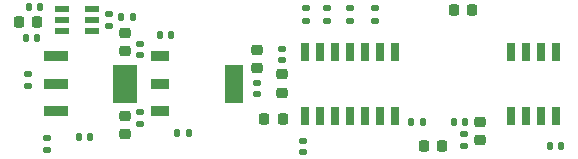
<source format=gbp>
G04 #@! TF.GenerationSoftware,KiCad,Pcbnew,7.0.7*
G04 #@! TF.CreationDate,2023-08-30T11:11:12+01:00*
G04 #@! TF.ProjectId,NB3_hindbrain,4e42335f-6869-46e6-9462-7261696e2e6b,0.0.1*
G04 #@! TF.SameCoordinates,PX4af0920PY4c4db10*
G04 #@! TF.FileFunction,Paste,Bot*
G04 #@! TF.FilePolarity,Positive*
%FSLAX46Y46*%
G04 Gerber Fmt 4.6, Leading zero omitted, Abs format (unit mm)*
G04 Created by KiCad (PCBNEW 7.0.7) date 2023-08-30 11:11:12*
%MOMM*%
%LPD*%
G01*
G04 APERTURE LIST*
G04 Aperture macros list*
%AMRoundRect*
0 Rectangle with rounded corners*
0 $1 Rounding radius*
0 $2 $3 $4 $5 $6 $7 $8 $9 X,Y pos of 4 corners*
0 Add a 4 corners polygon primitive as box body*
4,1,4,$2,$3,$4,$5,$6,$7,$8,$9,$2,$3,0*
0 Add four circle primitives for the rounded corners*
1,1,$1+$1,$2,$3*
1,1,$1+$1,$4,$5*
1,1,$1+$1,$6,$7*
1,1,$1+$1,$8,$9*
0 Add four rect primitives between the rounded corners*
20,1,$1+$1,$2,$3,$4,$5,0*
20,1,$1+$1,$4,$5,$6,$7,0*
20,1,$1+$1,$6,$7,$8,$9,0*
20,1,$1+$1,$8,$9,$2,$3,0*%
G04 Aperture macros list end*
%ADD10RoundRect,0.135000X0.185000X-0.135000X0.185000X0.135000X-0.185000X0.135000X-0.185000X-0.135000X0*%
%ADD11RoundRect,0.225000X0.250000X-0.225000X0.250000X0.225000X-0.250000X0.225000X-0.250000X-0.225000X0*%
%ADD12RoundRect,0.135000X-0.185000X0.135000X-0.185000X-0.135000X0.185000X-0.135000X0.185000X0.135000X0*%
%ADD13R,1.270000X0.558800*%
%ADD14RoundRect,0.140000X0.140000X0.170000X-0.140000X0.170000X-0.140000X-0.170000X0.140000X-0.170000X0*%
%ADD15RoundRect,0.225000X0.225000X0.250000X-0.225000X0.250000X-0.225000X-0.250000X0.225000X-0.250000X0*%
%ADD16RoundRect,0.140000X-0.170000X0.140000X-0.170000X-0.140000X0.170000X-0.140000X0.170000X0.140000X0*%
%ADD17RoundRect,0.135000X0.135000X0.185000X-0.135000X0.185000X-0.135000X-0.185000X0.135000X-0.185000X0*%
%ADD18R,0.700000X1.525000*%
%ADD19RoundRect,0.140000X0.170000X-0.140000X0.170000X0.140000X-0.170000X0.140000X-0.170000X-0.140000X0*%
%ADD20RoundRect,0.225000X-0.250000X0.225000X-0.250000X-0.225000X0.250000X-0.225000X0.250000X0.225000X0*%
%ADD21R,0.650000X1.500000*%
%ADD22RoundRect,0.225000X-0.225000X-0.250000X0.225000X-0.250000X0.225000X0.250000X-0.225000X0.250000X0*%
%ADD23RoundRect,0.140000X-0.140000X-0.170000X0.140000X-0.170000X0.140000X0.170000X-0.140000X0.170000X0*%
%ADD24R,1.650000X0.950000*%
%ADD25R,1.650000X3.250000*%
%ADD26R,2.150000X0.950000*%
%ADD27R,2.150000X3.250000*%
G04 APERTURE END LIST*
D10*
X12300000Y-5600000D03*
X12300000Y-4580000D03*
D11*
X18900000Y2725000D03*
X18900000Y4275000D03*
D12*
X40050000Y6360000D03*
X40050000Y5340000D03*
D13*
X16145400Y6339800D03*
X16145400Y5400000D03*
X16145400Y4460200D03*
X13554600Y4460200D03*
X13554600Y5400000D03*
X13554600Y6339800D03*
D14*
X22830000Y4150000D03*
X21870000Y4150000D03*
D12*
X38000000Y6360000D03*
X38000000Y5340000D03*
D15*
X11500000Y5200000D03*
X9950000Y5200000D03*
X32275000Y-3000000D03*
X30725000Y-3000000D03*
X45750000Y-5250000D03*
X44200000Y-5250000D03*
D14*
X11500000Y3900000D03*
X10540000Y3900000D03*
D16*
X34000000Y-4820000D03*
X34000000Y-5780000D03*
D17*
X19610000Y5600000D03*
X18590000Y5600000D03*
D18*
X34190000Y2712000D03*
X35460000Y2712000D03*
X36730000Y2712000D03*
X38000000Y2712000D03*
X39270000Y2712000D03*
X40540000Y2712000D03*
X41810000Y2712000D03*
X41810000Y-2712000D03*
X40540000Y-2712000D03*
X39270000Y-2712000D03*
X38000000Y-2712000D03*
X36730000Y-2712000D03*
X35460000Y-2712000D03*
X34190000Y-2712000D03*
D19*
X20200000Y2420000D03*
X20200000Y3380000D03*
D16*
X20200000Y-2420000D03*
X20200000Y-3380000D03*
D20*
X18900000Y-2725000D03*
X18900000Y-4275000D03*
D21*
X55405000Y-2700000D03*
X54135000Y-2700000D03*
X52865000Y-2700000D03*
X51595000Y-2700000D03*
X51595000Y2700000D03*
X52865000Y2700000D03*
X54135000Y2700000D03*
X55405000Y2700000D03*
D10*
X47650000Y-5250000D03*
X47650000Y-4230000D03*
D14*
X44130000Y-3250000D03*
X43170000Y-3250000D03*
D22*
X46750000Y6250000D03*
X48300000Y6250000D03*
D14*
X15980000Y-4500000D03*
X15020000Y-4500000D03*
D23*
X23340000Y-4200000D03*
X24300000Y-4200000D03*
D12*
X34200000Y6360000D03*
X34200000Y5340000D03*
D10*
X10700000Y-185000D03*
X10700000Y835000D03*
D11*
X49000000Y-4800000D03*
X49000000Y-3250000D03*
D23*
X54890000Y-5250000D03*
X55850000Y-5250000D03*
D19*
X32250000Y1970000D03*
X32250000Y2930000D03*
D11*
X30100000Y1325000D03*
X30100000Y2875000D03*
D10*
X17600000Y4890000D03*
X17600000Y5910000D03*
D16*
X30100000Y80000D03*
X30100000Y-880000D03*
D24*
X21850000Y-2300000D03*
X21850000Y0D03*
X21850000Y2300000D03*
D25*
X28150000Y0D03*
D20*
X32250000Y775000D03*
X32250000Y-775000D03*
D26*
X13100000Y-2300000D03*
X13100000Y0D03*
X13100000Y2300000D03*
D27*
X18900000Y0D03*
D12*
X36000000Y6360000D03*
X36000000Y5340000D03*
D23*
X46750000Y-3250000D03*
X47710000Y-3250000D03*
D14*
X11750000Y6500000D03*
X10790000Y6500000D03*
M02*

</source>
